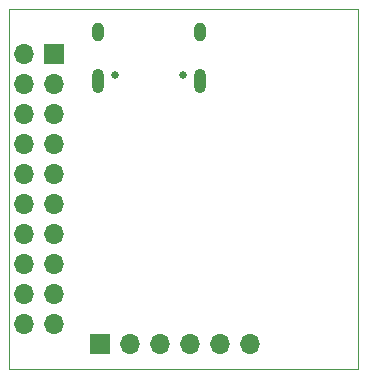
<source format=gbr>
G04 #@! TF.GenerationSoftware,KiCad,Pcbnew,(6.99.0-1917-g23fb4c7433)*
G04 #@! TF.CreationDate,2022-06-18T14:57:07+10:00*
G04 #@! TF.ProjectId,JtagArm20Adapter,4a746167-4172-46d3-9230-416461707465,rev?*
G04 #@! TF.SameCoordinates,PX8404630PY68290a0*
G04 #@! TF.FileFunction,Soldermask,Bot*
G04 #@! TF.FilePolarity,Negative*
%FSLAX46Y46*%
G04 Gerber Fmt 4.6, Leading zero omitted, Abs format (unit mm)*
G04 Created by KiCad (PCBNEW (6.99.0-1917-g23fb4c7433)) date 2022-06-18 14:57:07*
%MOMM*%
%LPD*%
G01*
G04 APERTURE LIST*
%ADD10R,1.700000X1.700000*%
%ADD11O,1.700000X1.700000*%
%ADD12C,0.650000*%
%ADD13O,1.000000X2.100000*%
%ADD14O,1.000000X1.600000*%
G04 #@! TA.AperFunction,Profile*
%ADD15C,0.050000*%
G04 #@! TD*
G04 APERTURE END LIST*
D10*
X3809999Y26669999D03*
D11*
X1269999Y26669999D03*
X3809999Y24129999D03*
X1269999Y24129999D03*
X3809999Y21589999D03*
X1269999Y21589999D03*
X3809999Y19049999D03*
X1269999Y19049999D03*
X3809999Y16509999D03*
X1269999Y16509999D03*
X3809999Y13969999D03*
X1269999Y13969999D03*
X3809999Y11429999D03*
X1269999Y11429999D03*
X3809999Y8889999D03*
X1269999Y8889999D03*
X3809999Y6349999D03*
X1269999Y6349999D03*
X3809999Y3809999D03*
X1269999Y3809999D03*
D10*
X7689999Y2129999D03*
D11*
X10229999Y2129999D03*
X12769999Y2129999D03*
X15309999Y2129999D03*
X17849999Y2129999D03*
X20389999Y2129999D03*
D12*
X14710000Y24870000D03*
X8930000Y24870000D03*
D13*
X16139999Y24339999D03*
D14*
X16139999Y28519999D03*
D13*
X7499999Y24339999D03*
D14*
X7499999Y28519999D03*
D15*
X0Y0D02*
X0Y30480000D01*
X29570000Y30480000D02*
X29570000Y0D01*
X0Y30480000D02*
X29570000Y30480000D01*
X29570000Y0D02*
X0Y0D01*
M02*

</source>
